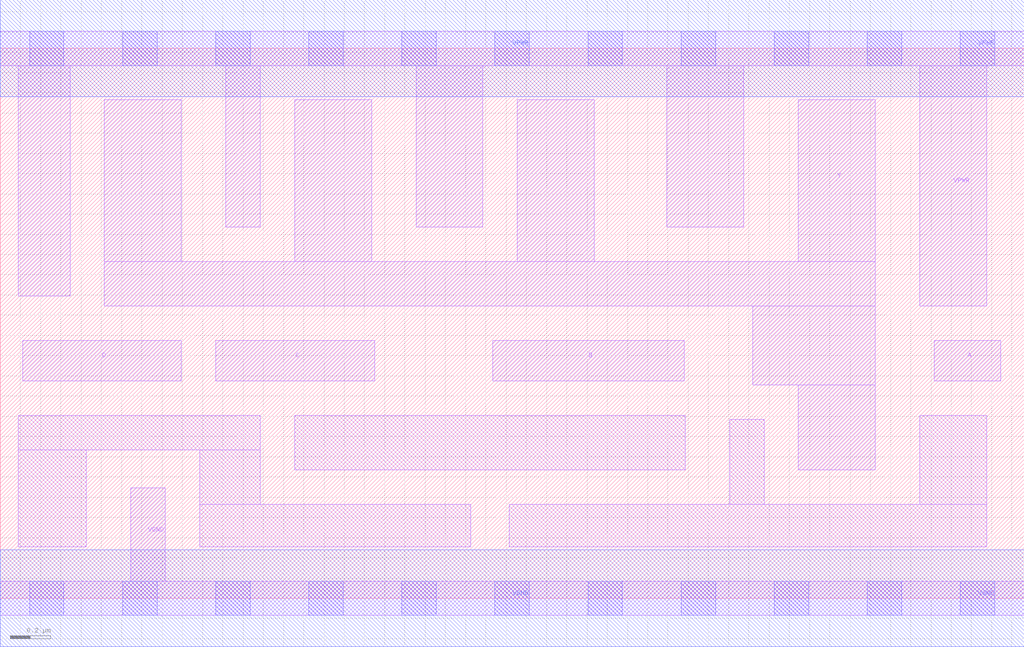
<source format=lef>
# Copyright 2020 The SkyWater PDK Authors
#
# Licensed under the Apache License, Version 2.0 (the "License");
# you may not use this file except in compliance with the License.
# You may obtain a copy of the License at
#
#     https://www.apache.org/licenses/LICENSE-2.0
#
# Unless required by applicable law or agreed to in writing, software
# distributed under the License is distributed on an "AS IS" BASIS,
# WITHOUT WARRANTIES OR CONDITIONS OF ANY KIND, either express or implied.
# See the License for the specific language governing permissions and
# limitations under the License.
#
# SPDX-License-Identifier: Apache-2.0

VERSION 5.7 ;
  NAMESCASESENSITIVE ON ;
  NOWIREEXTENSIONATPIN ON ;
  DIVIDERCHAR "/" ;
  BUSBITCHARS "[]" ;
UNITS
  DATABASE MICRONS 200 ;
END UNITS
PROPERTYDEFINITIONS
  MACRO maskLayoutSubType STRING ;
  MACRO prCellType STRING ;
  MACRO originalViewName STRING ;
END PROPERTYDEFINITIONS
MACRO sky130_fd_sc_hdll__nand4_2
  CLASS CORE ;
  FOREIGN sky130_fd_sc_hdll__nand4_2 ;
  ORIGIN  0.000000  0.000000 ;
  SIZE  5.060000 BY  2.720000 ;
  SYMMETRY X Y R90 ;
  SITE unithd ;
  PIN A
    ANTENNAGATEAREA  0.555000 ;
    DIRECTION INPUT ;
    USE SIGNAL ;
    PORT
      LAYER li1 ;
        RECT 4.615000 1.075000 4.945000 1.275000 ;
    END
  END A
  PIN B
    ANTENNAGATEAREA  0.555000 ;
    DIRECTION INPUT ;
    USE SIGNAL ;
    PORT
      LAYER li1 ;
        RECT 2.435000 1.075000 3.380000 1.275000 ;
    END
  END B
  PIN C
    ANTENNAGATEAREA  0.555000 ;
    DIRECTION INPUT ;
    USE SIGNAL ;
    PORT
      LAYER li1 ;
        RECT 1.065000 1.075000 1.850000 1.275000 ;
    END
  END C
  PIN D
    ANTENNAGATEAREA  0.555000 ;
    DIRECTION INPUT ;
    USE SIGNAL ;
    PORT
      LAYER li1 ;
        RECT 0.110000 1.075000 0.895000 1.275000 ;
    END
  END D
  PIN VGND
    ANTENNADIFFAREA  0.208000 ;
    DIRECTION INOUT ;
    USE SIGNAL ;
    PORT
      LAYER li1 ;
        RECT 0.000000 -0.085000 5.060000 0.085000 ;
        RECT 0.645000  0.085000 0.815000 0.545000 ;
      LAYER mcon ;
        RECT 0.145000 -0.085000 0.315000 0.085000 ;
        RECT 0.605000 -0.085000 0.775000 0.085000 ;
        RECT 1.065000 -0.085000 1.235000 0.085000 ;
        RECT 1.525000 -0.085000 1.695000 0.085000 ;
        RECT 1.985000 -0.085000 2.155000 0.085000 ;
        RECT 2.445000 -0.085000 2.615000 0.085000 ;
        RECT 2.905000 -0.085000 3.075000 0.085000 ;
        RECT 3.365000 -0.085000 3.535000 0.085000 ;
        RECT 3.825000 -0.085000 3.995000 0.085000 ;
        RECT 4.285000 -0.085000 4.455000 0.085000 ;
        RECT 4.745000 -0.085000 4.915000 0.085000 ;
      LAYER met1 ;
        RECT 0.000000 -0.240000 5.060000 0.240000 ;
    END
  END VGND
  PIN VPWR
    ANTENNADIFFAREA  2.180000 ;
    DIRECTION INOUT ;
    USE SIGNAL ;
    PORT
      LAYER li1 ;
        RECT 0.000000 2.635000 5.060000 2.805000 ;
        RECT 0.090000 1.495000 0.345000 2.635000 ;
        RECT 1.115000 1.835000 1.285000 2.635000 ;
        RECT 2.055000 1.835000 2.385000 2.635000 ;
        RECT 3.295000 1.835000 3.675000 2.635000 ;
        RECT 4.545000 1.445000 4.875000 2.635000 ;
      LAYER mcon ;
        RECT 0.145000 2.635000 0.315000 2.805000 ;
        RECT 0.605000 2.635000 0.775000 2.805000 ;
        RECT 1.065000 2.635000 1.235000 2.805000 ;
        RECT 1.525000 2.635000 1.695000 2.805000 ;
        RECT 1.985000 2.635000 2.155000 2.805000 ;
        RECT 2.445000 2.635000 2.615000 2.805000 ;
        RECT 2.905000 2.635000 3.075000 2.805000 ;
        RECT 3.365000 2.635000 3.535000 2.805000 ;
        RECT 3.825000 2.635000 3.995000 2.805000 ;
        RECT 4.285000 2.635000 4.455000 2.805000 ;
        RECT 4.745000 2.635000 4.915000 2.805000 ;
      LAYER met1 ;
        RECT 0.000000 2.480000 5.060000 2.960000 ;
    END
  END VPWR
  PIN Y
    ANTENNADIFFAREA  1.368000 ;
    DIRECTION OUTPUT ;
    USE SIGNAL ;
    PORT
      LAYER li1 ;
        RECT 0.515000 1.445000 4.325000 1.665000 ;
        RECT 0.515000 1.665000 0.895000 2.465000 ;
        RECT 1.455000 1.665000 1.835000 2.465000 ;
        RECT 2.555000 1.665000 2.935000 2.465000 ;
        RECT 3.720000 1.055000 4.325000 1.445000 ;
        RECT 3.945000 0.635000 4.325000 1.055000 ;
        RECT 3.945000 1.665000 4.325000 2.465000 ;
    END
  END Y
  OBS
    LAYER li1 ;
      RECT 0.090000 0.255000 0.425000 0.735000 ;
      RECT 0.090000 0.735000 1.285000 0.905000 ;
      RECT 0.985000 0.255000 2.325000 0.465000 ;
      RECT 0.985000 0.465000 1.285000 0.735000 ;
      RECT 1.455000 0.635000 3.385000 0.905000 ;
      RECT 2.515000 0.255000 4.875000 0.465000 ;
      RECT 3.605000 0.465000 3.775000 0.885000 ;
      RECT 4.545000 0.465000 4.875000 0.905000 ;
  END
  PROPERTY maskLayoutSubType "abstract" ;
  PROPERTY prCellType "standard" ;
  PROPERTY originalViewName "layout" ;
END sky130_fd_sc_hdll__nand4_2

</source>
